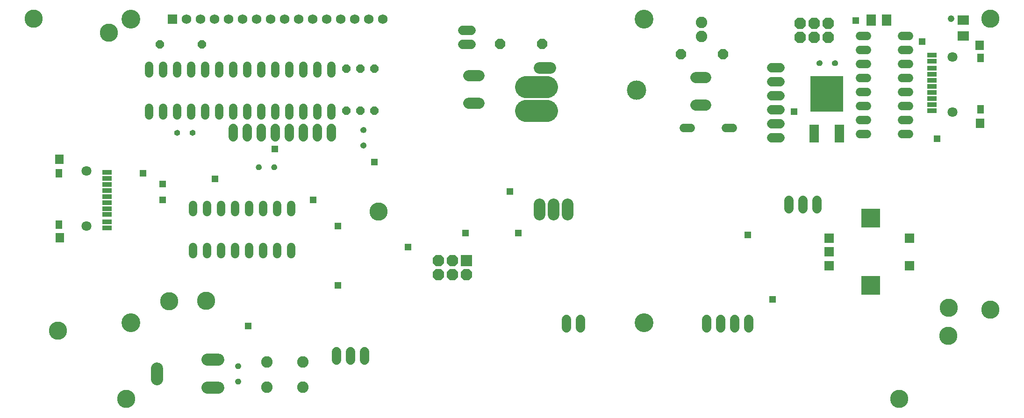
<source format=gts>
G75*
G70*
%OFA0B0*%
%FSLAX24Y24*%
%IPPOS*%
%LPD*%
%AMOC8*
5,1,8,0,0,1.08239X$1,22.5*
%
%ADD10R,0.0820X0.0820*%
%ADD11OC8,0.0820*%
%ADD12C,0.1300*%
%ADD13C,0.0680*%
%ADD14C,0.0600*%
%ADD15OC8,0.0600*%
%ADD16R,0.0674X0.0674*%
%ADD17R,0.1346X0.1346*%
%ADD18R,0.0680X0.0680*%
%ADD19C,0.0680*%
%ADD20C,0.1340*%
%ADD21C,0.0860*%
%ADD22C,0.0050*%
%ADD23C,0.0820*%
%ADD24C,0.0674*%
%ADD25C,0.0820*%
%ADD26R,0.0611X0.0671*%
%ADD27R,0.0474X0.0631*%
%ADD28R,0.0474X0.0592*%
%ADD29R,0.0671X0.0375*%
%ADD30C,0.0710*%
%ADD31C,0.0840*%
%ADD32C,0.1580*%
%ADD33C,0.1380*%
%ADD34OC8,0.0710*%
%ADD35C,0.0785*%
%ADD36R,0.2363X0.2521*%
%ADD37R,0.0710X0.1261*%
%ADD38R,0.0790X0.0710*%
%ADD39R,0.0710X0.0790*%
%ADD40R,0.0476X0.0476*%
%ADD41C,0.0476*%
D10*
X033467Y011181D03*
D11*
X032467Y011181D03*
X031467Y011181D03*
X031467Y010181D03*
X032467Y010181D03*
X033467Y010181D03*
X057262Y027096D03*
X058262Y027096D03*
X059262Y027096D03*
X059262Y028096D03*
X058262Y028096D03*
X057262Y028096D03*
D12*
X009217Y001306D03*
X004342Y006181D03*
X012262Y008289D03*
X014887Y008314D03*
X027217Y014681D03*
X007967Y027431D03*
X002592Y028431D03*
X067862Y007826D03*
X070842Y007681D03*
X067850Y005814D03*
X064342Y001306D03*
X070842Y028431D03*
D13*
X055822Y024936D02*
X055222Y024936D01*
X055222Y023936D02*
X055822Y023936D01*
X055822Y022936D02*
X055222Y022936D01*
X055222Y021936D02*
X055822Y021936D01*
X055822Y020936D02*
X055222Y020936D01*
X055222Y019936D02*
X055822Y019936D01*
X056467Y015481D02*
X056467Y014881D01*
X057467Y014881D02*
X057467Y015481D01*
X058467Y015481D02*
X058467Y014881D01*
X053592Y006981D02*
X053592Y006381D01*
X052592Y006381D02*
X052592Y006981D01*
X051592Y006981D02*
X051592Y006381D01*
X050592Y006381D02*
X050592Y006981D01*
X041592Y006981D02*
X041592Y006381D01*
X040592Y006381D02*
X040592Y006981D01*
X023825Y020014D02*
X023825Y020614D01*
X022825Y020614D02*
X022825Y020014D01*
X021825Y020014D02*
X021825Y020614D01*
X020825Y020614D02*
X020825Y020014D01*
X019825Y020014D02*
X019825Y020614D01*
X018825Y020614D02*
X018825Y020014D01*
X017825Y020014D02*
X017825Y020614D01*
X016825Y020614D02*
X016825Y020014D01*
D14*
X016837Y021554D02*
X016837Y022074D01*
X015837Y022074D02*
X015837Y021554D01*
X014837Y021554D02*
X014837Y022074D01*
X013837Y022074D02*
X013837Y021554D01*
X012837Y021554D02*
X012837Y022074D01*
X011837Y022074D02*
X011837Y021554D01*
X010837Y021554D02*
X010837Y022074D01*
X010837Y024554D02*
X010837Y025074D01*
X011837Y025074D02*
X011837Y024554D01*
X012837Y024554D02*
X012837Y025074D01*
X013837Y025074D02*
X013837Y024554D01*
X014837Y024554D02*
X014837Y025074D01*
X015837Y025074D02*
X015837Y024554D01*
X016837Y024554D02*
X016837Y025074D01*
X017837Y025074D02*
X017837Y024554D01*
X018837Y024554D02*
X018837Y025074D01*
X019837Y025074D02*
X019837Y024554D01*
X020837Y024554D02*
X020837Y025074D01*
X021837Y025074D02*
X021837Y024554D01*
X022837Y024554D02*
X022837Y025074D01*
X023837Y025074D02*
X023837Y024554D01*
X023837Y022074D02*
X023837Y021554D01*
X022837Y021554D02*
X022837Y022074D01*
X021837Y022074D02*
X021837Y021554D01*
X020837Y021554D02*
X020837Y022074D01*
X019837Y022074D02*
X019837Y021554D01*
X018837Y021554D02*
X018837Y022074D01*
X017837Y022074D02*
X017837Y021554D01*
X017962Y015161D02*
X017962Y014641D01*
X018962Y014641D02*
X018962Y015161D01*
X019962Y015161D02*
X019962Y014641D01*
X020962Y014641D02*
X020962Y015161D01*
X016962Y015161D02*
X016962Y014641D01*
X015962Y014641D02*
X015962Y015161D01*
X014962Y015161D02*
X014962Y014641D01*
X013962Y014641D02*
X013962Y015161D01*
X013962Y012161D02*
X013962Y011641D01*
X014962Y011641D02*
X014962Y012161D01*
X015962Y012161D02*
X015962Y011641D01*
X016962Y011641D02*
X016962Y012161D01*
X017962Y012161D02*
X017962Y011641D01*
X018962Y011641D02*
X018962Y012161D01*
X019962Y012161D02*
X019962Y011641D01*
X020962Y011641D02*
X020962Y012161D01*
X048962Y020656D02*
X049482Y020656D01*
X051962Y020656D02*
X052482Y020656D01*
X061527Y020196D02*
X062047Y020196D01*
X064527Y020196D02*
X065047Y020196D01*
X065047Y021196D02*
X064527Y021196D01*
X064527Y022196D02*
X065047Y022196D01*
X065047Y023196D02*
X064527Y023196D01*
X064527Y024196D02*
X065047Y024196D01*
X065047Y025196D02*
X064527Y025196D01*
X062047Y025196D02*
X061527Y025196D01*
X061527Y024196D02*
X062047Y024196D01*
X062047Y023196D02*
X061527Y023196D01*
X061527Y022196D02*
X062047Y022196D01*
X062047Y021196D02*
X061527Y021196D01*
X061527Y026196D02*
X062047Y026196D01*
X062047Y027196D02*
X061527Y027196D01*
X064527Y027196D02*
X065047Y027196D01*
X065047Y026196D02*
X064527Y026196D01*
D15*
X026887Y024889D03*
X025900Y024876D03*
X024900Y024864D03*
X024900Y021864D03*
X025900Y021876D03*
X026887Y021889D03*
X014600Y026614D03*
X011600Y026614D03*
D16*
X059347Y012785D03*
X059347Y011801D03*
X059347Y010817D03*
X065056Y010817D03*
X065056Y012785D03*
D17*
X062300Y014203D03*
X062300Y009400D03*
D18*
X012487Y028401D03*
D19*
X013487Y028401D03*
X014487Y028401D03*
X015487Y028401D03*
X016487Y028401D03*
X017487Y028401D03*
X018487Y028401D03*
X019487Y028401D03*
X020487Y028401D03*
X021487Y028401D03*
X022487Y028401D03*
X023487Y028401D03*
X024487Y028401D03*
X025487Y028401D03*
X026487Y028401D03*
X027487Y028401D03*
D20*
X009534Y028401D03*
X046148Y028401D03*
X046148Y006748D03*
X009534Y006748D03*
D21*
X014997Y004101D02*
X015777Y004101D01*
X015777Y002101D02*
X014997Y002101D01*
X011387Y002711D02*
X011387Y003491D01*
D22*
X017010Y003650D02*
X017015Y003689D01*
X017028Y003727D01*
X017050Y003760D01*
X017078Y003787D01*
X017112Y003808D01*
X017150Y003820D01*
X017189Y003824D01*
X017228Y003819D01*
X017264Y003806D01*
X017297Y003786D01*
X017324Y003758D01*
X017344Y003725D01*
X017357Y003689D01*
X017360Y003650D01*
X017357Y003612D01*
X017345Y003576D01*
X017326Y003543D01*
X017299Y003515D01*
X017267Y003494D01*
X017231Y003480D01*
X017193Y003475D01*
X017153Y003479D01*
X017115Y003491D01*
X017081Y003511D01*
X017051Y003539D01*
X017029Y003573D01*
X017015Y003610D01*
X017010Y003650D01*
X017012Y003672D02*
X017358Y003672D01*
X017358Y003623D02*
X017013Y003623D01*
X017028Y003575D02*
X017345Y003575D01*
X017310Y003526D02*
X017065Y003526D01*
X017162Y003478D02*
X017213Y003478D01*
X017346Y003720D02*
X017026Y003720D01*
X017059Y003769D02*
X017313Y003769D01*
X017234Y003817D02*
X017141Y003817D01*
X017189Y002722D02*
X017228Y002717D01*
X017264Y002704D01*
X017297Y002684D01*
X017324Y002656D01*
X017344Y002623D01*
X017357Y002587D01*
X017360Y002548D01*
X017357Y002510D01*
X017345Y002474D01*
X017326Y002441D01*
X017299Y002413D01*
X017267Y002392D01*
X017231Y002378D01*
X017193Y002373D01*
X017153Y002377D01*
X017115Y002389D01*
X017081Y002409D01*
X017051Y002437D01*
X017029Y002471D01*
X017015Y002508D01*
X017356Y002508D01*
X017360Y002556D02*
X017011Y002556D01*
X017010Y002548D02*
X017015Y002587D01*
X017028Y002625D01*
X017050Y002658D01*
X017078Y002685D01*
X017112Y002706D01*
X017150Y002718D01*
X017189Y002722D01*
X017268Y002702D02*
X017106Y002702D01*
X017047Y002653D02*
X017325Y002653D01*
X017350Y002605D02*
X017021Y002605D01*
X017010Y002548D02*
X017015Y002508D01*
X017037Y002459D02*
X017337Y002459D01*
X017296Y002411D02*
X017079Y002411D01*
X018621Y017669D02*
X018585Y017681D01*
X018552Y017700D01*
X018524Y017727D01*
X018503Y017759D01*
X018490Y017795D01*
X018484Y017833D01*
X018488Y017873D01*
X018500Y017911D01*
X018521Y017945D01*
X018549Y017975D01*
X018582Y017997D01*
X018620Y018011D01*
X018659Y018017D01*
X018699Y018011D01*
X018736Y017998D01*
X018769Y017976D01*
X018797Y017948D01*
X018817Y017914D01*
X018830Y017876D01*
X018833Y017837D01*
X018829Y017798D01*
X018816Y017762D01*
X018795Y017729D01*
X018767Y017702D01*
X018734Y017682D01*
X018698Y017670D01*
X018659Y017666D01*
X018621Y017669D01*
X018572Y017688D02*
X018745Y017688D01*
X018800Y017737D02*
X018518Y017737D01*
X018493Y017785D02*
X018824Y017785D01*
X018833Y017834D02*
X018485Y017834D01*
X018491Y017882D02*
X018828Y017882D01*
X018807Y017931D02*
X018512Y017931D01*
X018556Y017979D02*
X018764Y017979D01*
X019590Y017873D02*
X019586Y017833D01*
X019592Y017795D01*
X019605Y017759D01*
X019626Y017727D01*
X019654Y017700D01*
X019687Y017681D01*
X019723Y017669D01*
X019761Y017666D01*
X019800Y017670D01*
X019836Y017682D01*
X019869Y017702D01*
X019897Y017729D01*
X019918Y017762D01*
X019931Y017798D01*
X019935Y017837D01*
X019932Y017876D01*
X019919Y017914D01*
X019899Y017948D01*
X019871Y017976D01*
X019838Y017998D01*
X019801Y018011D01*
X019761Y018017D01*
X019722Y018011D01*
X019684Y017997D01*
X019651Y017975D01*
X019623Y017945D01*
X019602Y017911D01*
X019590Y017873D01*
X019593Y017882D02*
X019930Y017882D01*
X019935Y017834D02*
X019587Y017834D01*
X019595Y017785D02*
X019926Y017785D01*
X019902Y017737D02*
X019620Y017737D01*
X019674Y017688D02*
X019847Y017688D01*
X019909Y017931D02*
X019614Y017931D01*
X019658Y017979D02*
X019866Y017979D01*
X014093Y020224D02*
X014072Y020192D01*
X014044Y020165D01*
X014011Y020145D01*
X013975Y020132D01*
X013936Y020128D01*
X013898Y020131D01*
X013862Y020143D01*
X013829Y020163D01*
X013801Y020189D01*
X013780Y020221D01*
X013767Y020257D01*
X013761Y020295D01*
X013765Y020335D01*
X013777Y020373D01*
X013798Y020408D01*
X013826Y020437D01*
X013859Y020459D01*
X013897Y020474D01*
X013936Y020479D01*
X013976Y020474D01*
X014013Y020460D01*
X014046Y020439D01*
X014074Y020410D01*
X014094Y020376D01*
X014107Y020339D01*
X014110Y020299D01*
X014106Y020261D01*
X014093Y020224D01*
X014084Y020210D02*
X013787Y020210D01*
X013766Y020259D02*
X014105Y020259D01*
X014110Y020307D02*
X013763Y020307D01*
X013772Y020356D02*
X014101Y020356D01*
X014077Y020404D02*
X013796Y020404D01*
X013849Y020453D02*
X014024Y020453D01*
X014040Y020162D02*
X013831Y020162D01*
X013004Y020261D02*
X012991Y020224D01*
X012970Y020192D01*
X012942Y020165D01*
X012909Y020145D01*
X012873Y020132D01*
X012834Y020128D01*
X012796Y020131D01*
X012760Y020143D01*
X012727Y020163D01*
X012699Y020189D01*
X012678Y020221D01*
X012665Y020257D01*
X012659Y020295D01*
X012663Y020335D01*
X012675Y020373D01*
X012696Y020408D01*
X012724Y020437D01*
X012757Y020459D01*
X012795Y020474D01*
X012834Y020479D01*
X012874Y020474D01*
X012911Y020460D01*
X012944Y020439D01*
X012972Y020410D01*
X012992Y020376D01*
X013005Y020339D01*
X013008Y020299D01*
X013004Y020261D01*
X013003Y020259D02*
X012664Y020259D01*
X012661Y020307D02*
X013008Y020307D01*
X012999Y020356D02*
X012670Y020356D01*
X012694Y020404D02*
X012975Y020404D01*
X012922Y020453D02*
X012747Y020453D01*
X012685Y020210D02*
X012982Y020210D01*
X012938Y020162D02*
X012729Y020162D01*
X025947Y020500D02*
X025952Y020539D01*
X025966Y020577D01*
X025987Y020610D01*
X026016Y020637D01*
X026050Y020658D01*
X026088Y020670D01*
X026127Y020674D01*
X026165Y020669D01*
X026202Y020656D01*
X026234Y020636D01*
X026261Y020608D01*
X026282Y020575D01*
X026294Y020539D01*
X026298Y020500D01*
X026295Y020462D01*
X026283Y020426D01*
X026263Y020393D01*
X026237Y020365D01*
X026205Y020344D01*
X026169Y020330D01*
X026131Y020325D01*
X026091Y020329D01*
X026053Y020341D01*
X026018Y020361D01*
X025989Y020389D01*
X025967Y020423D01*
X025953Y020460D01*
X025947Y020500D01*
X025947Y020501D02*
X026298Y020501D01*
X026292Y020453D02*
X025955Y020453D01*
X025979Y020404D02*
X026270Y020404D01*
X026223Y020356D02*
X026027Y020356D01*
X025956Y020550D02*
X026290Y020550D01*
X026267Y020598D02*
X025980Y020598D01*
X026032Y020647D02*
X026216Y020647D01*
X026127Y019572D02*
X026165Y019567D01*
X026202Y019554D01*
X026234Y019534D01*
X026261Y019506D01*
X026282Y019473D01*
X026294Y019437D01*
X026298Y019398D01*
X026295Y019360D01*
X026283Y019324D01*
X026263Y019291D01*
X026237Y019263D01*
X026205Y019242D01*
X026169Y019228D01*
X026131Y019223D01*
X026091Y019227D01*
X026053Y019239D01*
X026018Y019259D01*
X025989Y019287D01*
X025967Y019321D01*
X025953Y019358D01*
X025947Y019398D01*
X025952Y019437D01*
X025966Y019475D01*
X025987Y019508D01*
X026016Y019535D01*
X026050Y019556D01*
X026088Y019568D01*
X026127Y019572D01*
X026236Y019531D02*
X026012Y019531D01*
X025971Y019483D02*
X026276Y019483D01*
X026294Y019434D02*
X025952Y019434D01*
X025949Y019386D02*
X026297Y019386D01*
X026287Y019337D02*
X025960Y019337D01*
X025988Y019289D02*
X026262Y019289D01*
X026201Y019240D02*
X026050Y019240D01*
X058480Y025225D02*
X058474Y025263D01*
X058478Y025303D01*
X058820Y025303D01*
X058820Y025306D02*
X058823Y025267D01*
X058819Y025228D01*
X058806Y025192D01*
X058785Y025159D01*
X058757Y025132D01*
X058724Y025112D01*
X058688Y025100D01*
X058649Y025096D01*
X058611Y025099D01*
X058575Y025111D01*
X058542Y025130D01*
X058514Y025157D01*
X058493Y025189D01*
X058480Y025225D01*
X058487Y025206D02*
X058811Y025206D01*
X058822Y025254D02*
X058476Y025254D01*
X058478Y025303D02*
X058490Y025341D01*
X058511Y025375D01*
X058539Y025405D01*
X058572Y025427D01*
X058610Y025441D01*
X058649Y025447D01*
X058689Y025441D01*
X058726Y025428D01*
X058759Y025406D01*
X058787Y025378D01*
X058807Y025344D01*
X058820Y025306D01*
X058803Y025351D02*
X058497Y025351D01*
X058534Y025400D02*
X058765Y025400D01*
X058783Y025157D02*
X058514Y025157D01*
X058580Y025109D02*
X058715Y025109D01*
X059582Y025225D02*
X059576Y025263D01*
X059580Y025303D01*
X059922Y025303D01*
X059922Y025306D02*
X059925Y025267D01*
X059921Y025228D01*
X059908Y025192D01*
X059887Y025159D01*
X059859Y025132D01*
X059826Y025112D01*
X059790Y025100D01*
X059751Y025096D01*
X059713Y025099D01*
X059677Y025111D01*
X059644Y025130D01*
X059616Y025157D01*
X059595Y025189D01*
X059582Y025225D01*
X059589Y025206D02*
X059913Y025206D01*
X059924Y025254D02*
X059578Y025254D01*
X059580Y025303D02*
X059592Y025341D01*
X059613Y025375D01*
X059641Y025405D01*
X059674Y025427D01*
X059712Y025441D01*
X059751Y025447D01*
X059791Y025441D01*
X059828Y025428D01*
X059861Y025406D01*
X059889Y025378D01*
X059909Y025344D01*
X059922Y025306D01*
X059905Y025351D02*
X059599Y025351D01*
X059636Y025400D02*
X059867Y025400D01*
X059885Y025157D02*
X059616Y025157D01*
X059682Y025109D02*
X059817Y025109D01*
D23*
X050241Y027195D03*
X050241Y028195D03*
X021805Y003929D03*
X019245Y003929D03*
X019245Y002149D03*
X021805Y002149D03*
D24*
X024212Y004092D02*
X024212Y004685D01*
X025212Y004685D02*
X025212Y004092D01*
X026212Y004092D02*
X026212Y004685D01*
X033196Y026620D02*
X033789Y026620D01*
X033789Y027620D02*
X033196Y027620D01*
D25*
X038662Y015216D02*
X038662Y014476D01*
X039662Y014476D02*
X039662Y015216D01*
X040662Y015216D02*
X040662Y014476D01*
D26*
X070089Y020974D03*
X070069Y026545D03*
X004436Y018399D03*
X004456Y012828D03*
D27*
X004397Y017404D03*
X070128Y021968D03*
D28*
X070128Y025639D03*
X004397Y013733D03*
D29*
X007851Y013517D03*
X007851Y013950D03*
X007851Y014462D03*
X007851Y014895D03*
X007851Y015328D03*
X007851Y015761D03*
X007851Y016194D03*
X007851Y016627D03*
X007851Y017060D03*
X007851Y017493D03*
X066674Y021879D03*
X066674Y022312D03*
X066674Y022745D03*
X066674Y023178D03*
X066674Y023611D03*
X066674Y024045D03*
X066674Y024478D03*
X066674Y024911D03*
X066674Y025422D03*
X066674Y025856D03*
D30*
X068140Y025728D03*
X068140Y021791D03*
X006385Y017582D03*
X006385Y013645D03*
D31*
X038663Y024952D02*
X039423Y024952D01*
D32*
X039206Y023590D02*
X037706Y023590D01*
X037706Y021890D02*
X039206Y021890D01*
D33*
X045618Y023340D03*
D34*
X048755Y025911D03*
X051755Y025911D03*
X038880Y026631D03*
X035880Y026631D03*
D35*
X034355Y024390D02*
X033650Y024390D01*
X033650Y022422D02*
X034355Y022422D01*
X049820Y022282D02*
X050525Y022282D01*
X050525Y024250D02*
X049820Y024250D01*
D36*
X059182Y023081D03*
D37*
X058285Y020254D03*
X060080Y020254D03*
D38*
X068912Y027226D03*
X068912Y028346D03*
D39*
X063452Y028336D03*
X062333Y028336D03*
D40*
X061232Y028306D03*
X065962Y026826D03*
X056822Y021816D03*
X067022Y019876D03*
X053537Y013026D03*
X055287Y008401D03*
X037162Y013151D03*
X033412Y013151D03*
X029287Y012151D03*
X024287Y013651D03*
X022537Y015526D03*
X026900Y018226D03*
X019787Y019151D03*
X015537Y017026D03*
X011787Y016651D03*
X011787Y015526D03*
X010412Y017401D03*
X024287Y009401D03*
X017912Y006526D03*
X036554Y016120D03*
D41*
X068032Y028436D03*
M02*

</source>
